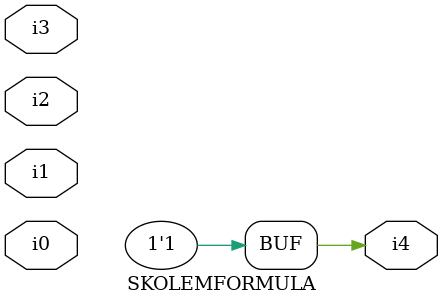
<source format=v>

module SKOLEMFORMULA ( 
    i0, i1, i2, i3,
    i4  );
  input  i0, i1, i2, i3;
  output i4;
  assign i4 = 1'b1;
endmodule



</source>
